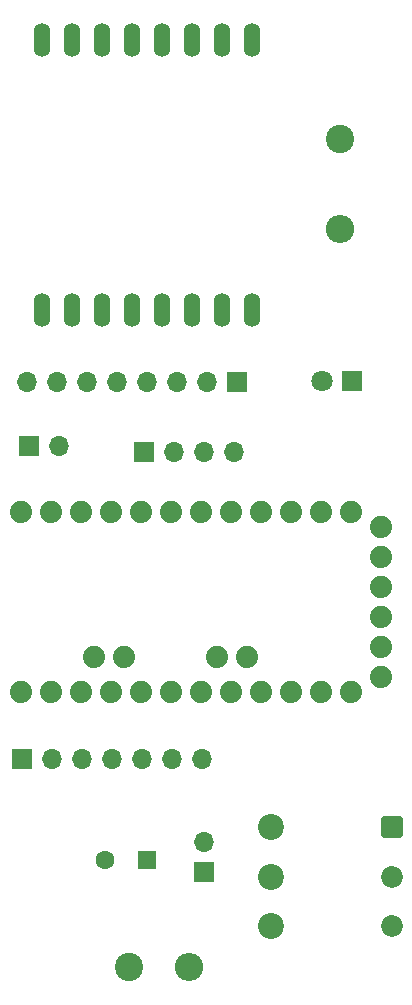
<source format=gbr>
%TF.GenerationSoftware,KiCad,Pcbnew,6.0.4-6f826c9f35~116~ubuntu20.04.1*%
%TF.CreationDate,2022-04-02T12:26:26+02:00*%
%TF.ProjectId,placaCANSAT_V3_GIRADA,706c6163-6143-4414-9e53-41545f56335f,rev?*%
%TF.SameCoordinates,Original*%
%TF.FileFunction,Soldermask,Bot*%
%TF.FilePolarity,Negative*%
%FSLAX46Y46*%
G04 Gerber Fmt 4.6, Leading zero omitted, Abs format (unit mm)*
G04 Created by KiCad (PCBNEW 6.0.4-6f826c9f35~116~ubuntu20.04.1) date 2022-04-02 12:26:26*
%MOMM*%
%LPD*%
G01*
G04 APERTURE LIST*
G04 Aperture macros list*
%AMRoundRect*
0 Rectangle with rounded corners*
0 $1 Rounding radius*
0 $2 $3 $4 $5 $6 $7 $8 $9 X,Y pos of 4 corners*
0 Add a 4 corners polygon primitive as box body*
4,1,4,$2,$3,$4,$5,$6,$7,$8,$9,$2,$3,0*
0 Add four circle primitives for the rounded corners*
1,1,$1+$1,$2,$3*
1,1,$1+$1,$4,$5*
1,1,$1+$1,$6,$7*
1,1,$1+$1,$8,$9*
0 Add four rect primitives between the rounded corners*
20,1,$1+$1,$2,$3,$4,$5,0*
20,1,$1+$1,$4,$5,$6,$7,0*
20,1,$1+$1,$6,$7,$8,$9,0*
20,1,$1+$1,$8,$9,$2,$3,0*%
G04 Aperture macros list end*
%ADD10R,1.800000X1.800000*%
%ADD11C,1.800000*%
%ADD12R,1.700000X1.700000*%
%ADD13O,1.700000X1.700000*%
%ADD14O,1.422400X2.844800*%
%ADD15C,2.400000*%
%ADD16O,2.400000X2.400000*%
%ADD17R,1.600000X1.600000*%
%ADD18C,1.600000*%
%ADD19C,1.879600*%
%ADD20C,2.200000*%
%ADD21RoundRect,0.250000X-0.675000X0.675000X-0.675000X-0.675000X0.675000X-0.675000X0.675000X0.675000X0*%
%ADD22C,1.850000*%
G04 APERTURE END LIST*
D10*
%TO.C,D1*%
X32997312Y-37568536D03*
D11*
X30457312Y-37568536D03*
%TD*%
D12*
%TO.C,JP1*%
X20497312Y-79068536D03*
D13*
X20497312Y-76528536D03*
%TD*%
D14*
%TO.C,U2*%
X6816333Y-31528711D03*
X9356333Y-31528711D03*
X11896333Y-31528711D03*
X14436333Y-31528711D03*
X16976333Y-31528711D03*
X19516333Y-31528711D03*
X22056333Y-31528711D03*
X24596333Y-31528711D03*
X24596333Y-8668711D03*
X22056333Y-8668711D03*
X19516333Y-8668711D03*
X16976333Y-8668711D03*
X14436333Y-8668711D03*
X11896333Y-8668711D03*
X9356333Y-8668711D03*
X6816333Y-8668711D03*
%TD*%
D15*
%TO.C,R1*%
X31997312Y-17053536D03*
D16*
X31997312Y-24673536D03*
%TD*%
D12*
%TO.C,J4*%
X5722312Y-43068536D03*
D13*
X8262312Y-43068536D03*
%TD*%
D17*
%TO.C,C1*%
X15649963Y-78068536D03*
D18*
X12149963Y-78068536D03*
%TD*%
D15*
%TO.C,SW1*%
X14130964Y-87138414D03*
D16*
X19210964Y-87138414D03*
%TD*%
D12*
%TO.C,J2*%
X5054836Y-69568536D03*
D13*
X7594836Y-69568536D03*
X10134836Y-69568536D03*
X12674836Y-69568536D03*
X15214836Y-69568536D03*
X17754836Y-69568536D03*
X20294836Y-69568536D03*
%TD*%
D12*
%TO.C,ACELEROMETRO*%
X23262422Y-37649369D03*
D13*
X20722422Y-37649369D03*
X18182422Y-37649369D03*
X15642422Y-37649369D03*
X13102422Y-37649369D03*
X10562422Y-37649369D03*
X8022422Y-37649369D03*
X5482422Y-37649369D03*
%TD*%
D12*
%TO.C,GPS*%
X15457312Y-43568536D03*
D13*
X17997312Y-43568536D03*
X20537312Y-43568536D03*
X23077312Y-43568536D03*
%TD*%
D19*
%TO.C,Arduino pro Mini*%
X35482715Y-62572655D03*
X35482715Y-60032655D03*
X35482715Y-57492655D03*
X35482715Y-54952655D03*
X35482715Y-52412655D03*
X35482715Y-49872655D03*
X21639715Y-60921655D03*
X24179715Y-60921655D03*
X11225715Y-60921655D03*
X13765715Y-60921655D03*
X32942715Y-63842655D03*
X30402715Y-63842655D03*
X27862715Y-63842655D03*
X25322715Y-63842655D03*
X22782715Y-63842655D03*
X20242715Y-63842655D03*
X17702715Y-63842655D03*
X15162715Y-63842655D03*
X12622715Y-63842655D03*
X10082715Y-63842655D03*
X7542715Y-63842655D03*
X5002715Y-63842655D03*
X5002715Y-48602655D03*
X7542715Y-48602655D03*
X10082715Y-48602655D03*
X12622715Y-48602655D03*
X15162715Y-48602655D03*
X17702715Y-48602655D03*
X20242715Y-48602655D03*
X22782715Y-48602655D03*
X25322715Y-48602655D03*
X27862715Y-48602655D03*
X30402715Y-48602655D03*
X32942715Y-48602655D03*
%TD*%
D20*
%TO.C,Carg1*%
X26206146Y-75315160D03*
X26206146Y-83715160D03*
X26206146Y-79515160D03*
D21*
X36406146Y-75315160D03*
D22*
X36406146Y-79515160D03*
X36406146Y-83715160D03*
%TD*%
M02*

</source>
